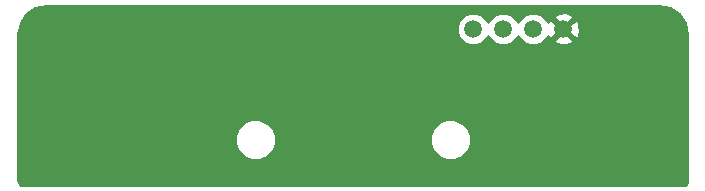
<source format=gbl>
G04 (created by PCBNEW (2013-jul-07)-stable) date Wed 26 Aug 2015 08:58:33 PM EDT*
%MOIN*%
G04 Gerber Fmt 3.4, Leading zero omitted, Abs format*
%FSLAX34Y34*%
G01*
G70*
G90*
G04 APERTURE LIST*
%ADD10C,0.00590551*%
%ADD11C,0.0590551*%
%ADD12C,0.035*%
%ADD13C,0.01*%
G04 APERTURE END LIST*
G54D10*
G54D11*
X107165Y-47090D03*
X109165Y-47090D03*
X108165Y-47090D03*
X110165Y-47090D03*
G54D12*
X96700Y-49400D03*
X100000Y-49600D03*
G54D13*
X98050Y-48950D02*
X100000Y-48950D01*
X97600Y-49400D02*
X98050Y-48950D01*
X96700Y-49400D02*
X97600Y-49400D01*
X100000Y-49600D02*
X100000Y-48950D01*
X110165Y-47090D02*
X110159Y-47090D01*
X108300Y-48950D02*
X100000Y-48950D01*
X110159Y-47090D02*
X108300Y-48950D01*
G54D10*
G36*
X114297Y-52138D02*
X114282Y-52210D01*
X114256Y-52249D01*
X114218Y-52275D01*
X114146Y-52289D01*
X110715Y-52289D01*
X110715Y-47171D01*
X110704Y-46954D01*
X110642Y-46805D01*
X110547Y-46778D01*
X110477Y-46849D01*
X110477Y-46708D01*
X110450Y-46613D01*
X110245Y-46540D01*
X110029Y-46551D01*
X109880Y-46613D01*
X109853Y-46708D01*
X110165Y-47019D01*
X110477Y-46708D01*
X110477Y-46849D01*
X110236Y-47090D01*
X110547Y-47402D01*
X110642Y-47375D01*
X110715Y-47171D01*
X110715Y-52289D01*
X110477Y-52289D01*
X110477Y-47473D01*
X110165Y-47161D01*
X110094Y-47231D01*
X110094Y-47090D01*
X109782Y-46778D01*
X109688Y-46805D01*
X109664Y-46871D01*
X109627Y-46782D01*
X109474Y-46628D01*
X109274Y-46545D01*
X109057Y-46545D01*
X108856Y-46628D01*
X108703Y-46781D01*
X108665Y-46872D01*
X108627Y-46782D01*
X108474Y-46628D01*
X108274Y-46545D01*
X108057Y-46545D01*
X107856Y-46628D01*
X107703Y-46781D01*
X107665Y-46872D01*
X107627Y-46782D01*
X107474Y-46628D01*
X107274Y-46545D01*
X107057Y-46545D01*
X106856Y-46628D01*
X106703Y-46781D01*
X106620Y-46981D01*
X106619Y-47198D01*
X106702Y-47399D01*
X106856Y-47552D01*
X107056Y-47635D01*
X107273Y-47635D01*
X107473Y-47553D01*
X107627Y-47399D01*
X107665Y-47308D01*
X107702Y-47399D01*
X107856Y-47552D01*
X108056Y-47635D01*
X108273Y-47635D01*
X108473Y-47553D01*
X108627Y-47399D01*
X108665Y-47308D01*
X108702Y-47399D01*
X108856Y-47552D01*
X109056Y-47635D01*
X109273Y-47635D01*
X109473Y-47553D01*
X109627Y-47399D01*
X109662Y-47314D01*
X109688Y-47375D01*
X109782Y-47402D01*
X110094Y-47090D01*
X110094Y-47231D01*
X109853Y-47473D01*
X109880Y-47567D01*
X110084Y-47640D01*
X110301Y-47629D01*
X110450Y-47567D01*
X110477Y-47473D01*
X110477Y-52289D01*
X107080Y-52289D01*
X107080Y-50652D01*
X106977Y-50400D01*
X106785Y-50208D01*
X106534Y-50104D01*
X106262Y-50104D01*
X106011Y-50207D01*
X105818Y-50399D01*
X105714Y-50650D01*
X105714Y-50922D01*
X105818Y-51173D01*
X106010Y-51366D01*
X106261Y-51470D01*
X106532Y-51470D01*
X106784Y-51366D01*
X106976Y-51174D01*
X107080Y-50923D01*
X107080Y-50652D01*
X107080Y-52289D01*
X100584Y-52289D01*
X100584Y-50652D01*
X100480Y-50400D01*
X100289Y-50208D01*
X100038Y-50104D01*
X99766Y-50104D01*
X99515Y-50207D01*
X99322Y-50399D01*
X99218Y-50650D01*
X99218Y-50922D01*
X99322Y-51173D01*
X99514Y-51366D01*
X99765Y-51470D01*
X100036Y-51470D01*
X100287Y-51366D01*
X100480Y-51174D01*
X100584Y-50923D01*
X100584Y-50652D01*
X100584Y-52289D01*
X92153Y-52289D01*
X92080Y-52275D01*
X92041Y-52249D01*
X92016Y-52210D01*
X92001Y-52138D01*
X92001Y-47270D01*
X92075Y-46898D01*
X92273Y-46602D01*
X92565Y-46407D01*
X92941Y-46332D01*
X113359Y-46332D01*
X113731Y-46406D01*
X114027Y-46604D01*
X114222Y-46896D01*
X114297Y-47272D01*
X114297Y-52138D01*
X114297Y-52138D01*
G37*
G54D13*
X114297Y-52138D02*
X114282Y-52210D01*
X114256Y-52249D01*
X114218Y-52275D01*
X114146Y-52289D01*
X110715Y-52289D01*
X110715Y-47171D01*
X110704Y-46954D01*
X110642Y-46805D01*
X110547Y-46778D01*
X110477Y-46849D01*
X110477Y-46708D01*
X110450Y-46613D01*
X110245Y-46540D01*
X110029Y-46551D01*
X109880Y-46613D01*
X109853Y-46708D01*
X110165Y-47019D01*
X110477Y-46708D01*
X110477Y-46849D01*
X110236Y-47090D01*
X110547Y-47402D01*
X110642Y-47375D01*
X110715Y-47171D01*
X110715Y-52289D01*
X110477Y-52289D01*
X110477Y-47473D01*
X110165Y-47161D01*
X110094Y-47231D01*
X110094Y-47090D01*
X109782Y-46778D01*
X109688Y-46805D01*
X109664Y-46871D01*
X109627Y-46782D01*
X109474Y-46628D01*
X109274Y-46545D01*
X109057Y-46545D01*
X108856Y-46628D01*
X108703Y-46781D01*
X108665Y-46872D01*
X108627Y-46782D01*
X108474Y-46628D01*
X108274Y-46545D01*
X108057Y-46545D01*
X107856Y-46628D01*
X107703Y-46781D01*
X107665Y-46872D01*
X107627Y-46782D01*
X107474Y-46628D01*
X107274Y-46545D01*
X107057Y-46545D01*
X106856Y-46628D01*
X106703Y-46781D01*
X106620Y-46981D01*
X106619Y-47198D01*
X106702Y-47399D01*
X106856Y-47552D01*
X107056Y-47635D01*
X107273Y-47635D01*
X107473Y-47553D01*
X107627Y-47399D01*
X107665Y-47308D01*
X107702Y-47399D01*
X107856Y-47552D01*
X108056Y-47635D01*
X108273Y-47635D01*
X108473Y-47553D01*
X108627Y-47399D01*
X108665Y-47308D01*
X108702Y-47399D01*
X108856Y-47552D01*
X109056Y-47635D01*
X109273Y-47635D01*
X109473Y-47553D01*
X109627Y-47399D01*
X109662Y-47314D01*
X109688Y-47375D01*
X109782Y-47402D01*
X110094Y-47090D01*
X110094Y-47231D01*
X109853Y-47473D01*
X109880Y-47567D01*
X110084Y-47640D01*
X110301Y-47629D01*
X110450Y-47567D01*
X110477Y-47473D01*
X110477Y-52289D01*
X107080Y-52289D01*
X107080Y-50652D01*
X106977Y-50400D01*
X106785Y-50208D01*
X106534Y-50104D01*
X106262Y-50104D01*
X106011Y-50207D01*
X105818Y-50399D01*
X105714Y-50650D01*
X105714Y-50922D01*
X105818Y-51173D01*
X106010Y-51366D01*
X106261Y-51470D01*
X106532Y-51470D01*
X106784Y-51366D01*
X106976Y-51174D01*
X107080Y-50923D01*
X107080Y-50652D01*
X107080Y-52289D01*
X100584Y-52289D01*
X100584Y-50652D01*
X100480Y-50400D01*
X100289Y-50208D01*
X100038Y-50104D01*
X99766Y-50104D01*
X99515Y-50207D01*
X99322Y-50399D01*
X99218Y-50650D01*
X99218Y-50922D01*
X99322Y-51173D01*
X99514Y-51366D01*
X99765Y-51470D01*
X100036Y-51470D01*
X100287Y-51366D01*
X100480Y-51174D01*
X100584Y-50923D01*
X100584Y-50652D01*
X100584Y-52289D01*
X92153Y-52289D01*
X92080Y-52275D01*
X92041Y-52249D01*
X92016Y-52210D01*
X92001Y-52138D01*
X92001Y-47270D01*
X92075Y-46898D01*
X92273Y-46602D01*
X92565Y-46407D01*
X92941Y-46332D01*
X113359Y-46332D01*
X113731Y-46406D01*
X114027Y-46604D01*
X114222Y-46896D01*
X114297Y-47272D01*
X114297Y-52138D01*
M02*

</source>
